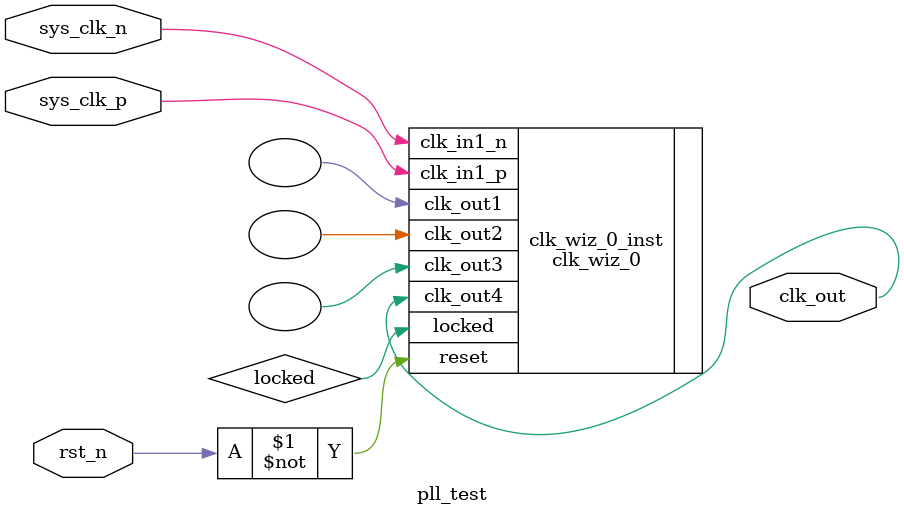
<source format=v>
`timescale 1ns / 1ps
module pll_test(
input      sys_clk_p,            //system clock 200Mhz on board
input      sys_clk_n,            //system clock 200Mhz on board
input       rst_n,             //reset ,low active
output      clk_out           //pll clock output 

    );
    
wire        locked;
    
clk_wiz_0 clk_wiz_0_inst
       (
        // Clock out ports
        .clk_out1(),     // output clk_out1
        .clk_out2(),     // output clk_out2
        .clk_out3(),     // output clk_out3
        .clk_out4(clk_out),     // output clk_out4
        // Status and control signals
        .reset(~rst_n), // input reset
        .locked(locked),       // output locked
       // Clock in ports
        .clk_in1_p(sys_clk_p),    // input clk_in1_p
        .clk_in1_n(sys_clk_n));    // input clk_in1_n

endmodule

</source>
